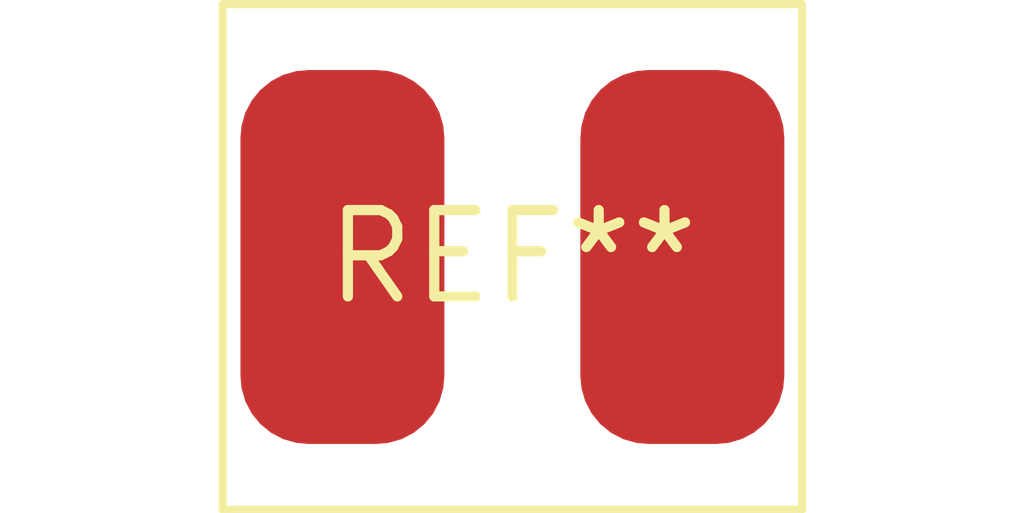
<source format=kicad_pcb>
(kicad_pcb (version 20240108) (generator pcbnew)
  (layers (0 "F.Cu" signal) (31 "B.Cu" signal) (34 "B.Paste" user) (35 "F.Paste" user) (36 "B.SilkS" user "B.Silkscreen") (37 "F.SilkS" user "F.Silkscreen") (38 "B.Mask" user) (39 "F.Mask" user) (44 "Edge.Cuts" user))
  (net 0 "")
  (footprint "L_Sumida_CR75" (layer "F.Cu") (at 0 0)
    (property "Reference" "REF**")
    (property "Value" "L_Sumida_CR75")
    (fp_line (start -4.26 -3.72) (end 4.26 -3.72) (layer "F.SilkS") (stroke (width 0.12)))
    (fp_line (start -4.26 3.72) (end -4.26 -3.72) (layer "F.SilkS") (stroke (width 0.12)))
    (fp_line (start 4.26 -3.72) (end 4.26 3.72) (layer "F.SilkS") (stroke (width 0.12)))
    (fp_line (start 4.26 3.72) (end -4.26 3.72) (layer "F.SilkS") (stroke (width 0.12)))
    (pad "1" smd roundrect (at -2.5 0) (size 3 5.5) (layers "F.Cu" "F.Paste" "F.Mask") (roundrect_rratio 0.333))
    (pad "2" smd roundrect (at 2.5 0) (size 3 5.5) (layers "F.Cu" "F.Paste" "F.Mask") (roundrect_rratio 0.333))
  )
)
</source>
